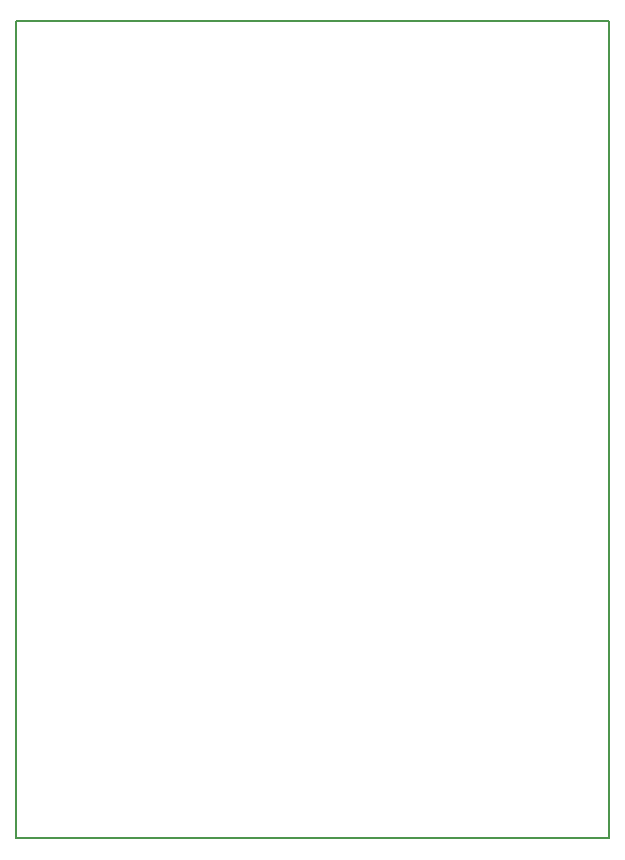
<source format=gbr>
G04 (created by PCBNEW (2013-may-18)-stable) date Mon 25 May 2015 09:55:45 PM CEST*
%MOIN*%
G04 Gerber Fmt 3.4, Leading zero omitted, Abs format*
%FSLAX34Y34*%
G01*
G70*
G90*
G04 APERTURE LIST*
%ADD10C,0.00590551*%
%ADD11C,0.00787402*%
G04 APERTURE END LIST*
G54D10*
G54D11*
X56488Y-57649D02*
X56488Y-56799D01*
X76251Y-57661D02*
X76251Y-56799D01*
X56488Y-57661D02*
X76251Y-57661D01*
X56488Y-56811D02*
X56488Y-30425D01*
X76251Y-30425D02*
X76251Y-56811D01*
X56488Y-30425D02*
X76251Y-30425D01*
M02*

</source>
